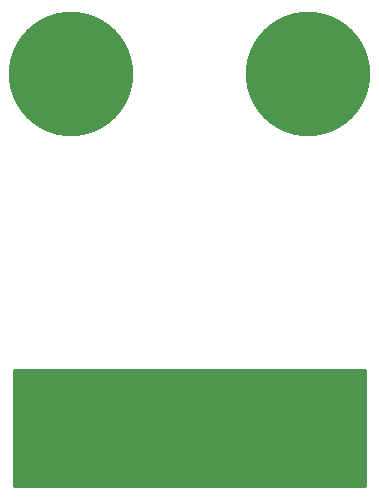
<source format=gts>
G04 #@! TF.FileFunction,Soldermask,Top*
%FSLAX46Y46*%
G04 Gerber Fmt 4.6, Leading zero omitted, Abs format (unit mm)*
G04 Created by KiCad (PCBNEW 4.0.2+dfsg1-stable) date Tue 20 Nov 2018 02:17:26 PM EST*
%MOMM*%
G01*
G04 APERTURE LIST*
%ADD10C,0.100000*%
%ADD11C,10.560000*%
%ADD12C,0.254000*%
G04 APERTURE END LIST*
D10*
D11*
X145000000Y-105000000D03*
X165000000Y-105000000D03*
D12*
G36*
X169873000Y-139873000D02*
X140127000Y-139873000D01*
X140127000Y-130127000D01*
X169873000Y-130127000D01*
X169873000Y-139873000D01*
X169873000Y-139873000D01*
G37*
X169873000Y-139873000D02*
X140127000Y-139873000D01*
X140127000Y-130127000D01*
X169873000Y-130127000D01*
X169873000Y-139873000D01*
M02*

</source>
